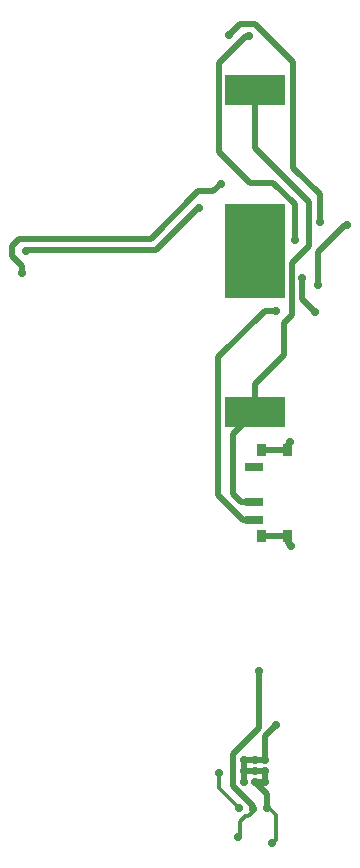
<source format=gbl>
G04 DipTrace 2.4.0.2*
%INcross.gbl*%
%MOMM*%
%ADD14C,0.508*%
%ADD15C,0.305*%
%ADD23C,0.711*%
%ADD35R,5.08X2.6*%
%ADD36R,5.08X8.0*%
%ADD37C,0.711*%
%FSLAX53Y53*%
G04*
G71*
G90*
G75*
G01*
%LNBottom*%
%LPD*%
X33800Y55968D2*
D14*
X32853D1*
X28905Y52020D1*
Y40376D1*
X31019Y38262D1*
X31959D1*
X31960Y38263D1*
X31857Y13744D2*
D15*
Y13549D1*
X31474Y13166D1*
X31204D1*
X30733Y12695D1*
Y11600D1*
X30560Y11426D1*
X37398Y58180D2*
D14*
X37375Y60907D1*
X39694Y63226D1*
X39844D1*
X32402Y25433D2*
Y20639D1*
X30184Y18421D1*
Y15733D1*
X31857Y14060D1*
Y13744D1*
X33062Y13840D2*
D15*
X33249D1*
X33798Y13291D1*
Y11188D1*
X33497Y10888D1*
X33062Y13840D2*
D14*
Y15038D1*
X32000Y16100D1*
X32900D1*
Y17000D2*
Y16100D1*
Y17000D2*
X32000D1*
X31100D1*
Y16100D1*
Y17000D2*
Y17900D1*
X32000D1*
X32900D1*
Y19981D1*
X33846Y20927D1*
X32000Y61000D2*
Y62289D1*
X30806Y63483D1*
X32610Y44163D2*
X34810D1*
X32610Y36863D2*
X34810D1*
Y44163D2*
Y44648D1*
X35040Y44877D1*
X34810Y36863D2*
Y36286D1*
X35047Y36049D1*
X37079Y55862D2*
Y55895D1*
X36037Y56937D1*
Y58696D1*
X36005Y58729D1*
X29003Y16864D2*
D15*
Y15521D1*
X30686Y13839D1*
X31960Y39763D2*
D14*
X30894D1*
X30175Y40482D1*
Y45535D1*
X32000Y47360D1*
Y49764D1*
X34456Y52220D1*
Y54903D1*
X35190Y55637D1*
Y59999D1*
X36602Y61410D1*
Y65145D1*
X32017Y69730D1*
Y74623D1*
X32000Y74640D1*
X27341Y64630D2*
X27213D1*
X23663Y61080D1*
X12719D1*
X12655Y61017D1*
X12284Y59184D2*
Y59714D1*
X11431Y60567D1*
Y61465D1*
X12029Y62064D1*
X23235D1*
X27255Y66085D1*
X28496D1*
X29137Y66726D1*
X37538Y63437D2*
Y65818D1*
X35272Y68084D1*
Y77063D1*
X32080Y80255D1*
X30739D1*
X29822Y79339D1*
X31524Y79208D2*
X31253D1*
X28987Y76942D1*
Y69411D1*
X31585Y66813D1*
X33568D1*
X35422Y64959D1*
Y61996D1*
X35456Y61962D1*
D37*
X35047Y36049D3*
X35040Y44877D3*
X29137Y66726D3*
X27341Y64630D3*
X29003Y16864D3*
X30686Y13839D3*
X33062Y13840D3*
X31857Y13744D3*
X30560Y11426D3*
X33497Y10888D3*
X12284Y59184D3*
X12655Y61017D3*
X31524Y79208D3*
X29822Y79339D3*
X35456Y61962D3*
X37538Y63437D3*
X37398Y58180D3*
X39844Y63226D3*
X33800Y55968D3*
X37079Y55862D3*
X33846Y20927D3*
X32402Y25433D3*
X30806Y63483D3*
X36005Y58729D3*
X30270Y62717D3*
X34181Y60390D3*
Y62442D3*
D23*
X31100Y16100D3*
Y17000D3*
Y17900D3*
X32000Y16100D3*
Y17000D3*
Y17900D3*
X32900Y16100D3*
Y17000D3*
Y17900D3*
D35*
X32000Y47360D3*
Y74640D3*
D36*
Y61000D3*
G36*
X33011Y43663D2*
X32210D1*
Y44663D1*
X33011D1*
Y43663D1*
G37*
G36*
X35210D2*
X34410D1*
Y44663D1*
X35210D1*
Y43663D1*
G37*
G36*
Y36363D2*
X34410D1*
Y37363D1*
X35210D1*
Y36363D1*
G37*
G36*
X33011D2*
X32210D1*
Y37363D1*
X33011D1*
Y36363D1*
G37*
G36*
X32710Y37913D2*
X31210D1*
Y38613D1*
X32710D1*
Y37913D1*
G37*
G36*
Y39413D2*
X31210D1*
Y40113D1*
X32710D1*
Y39413D1*
G37*
G36*
Y42413D2*
X31210D1*
Y43113D1*
X32710D1*
Y42413D1*
G37*
M02*

</source>
